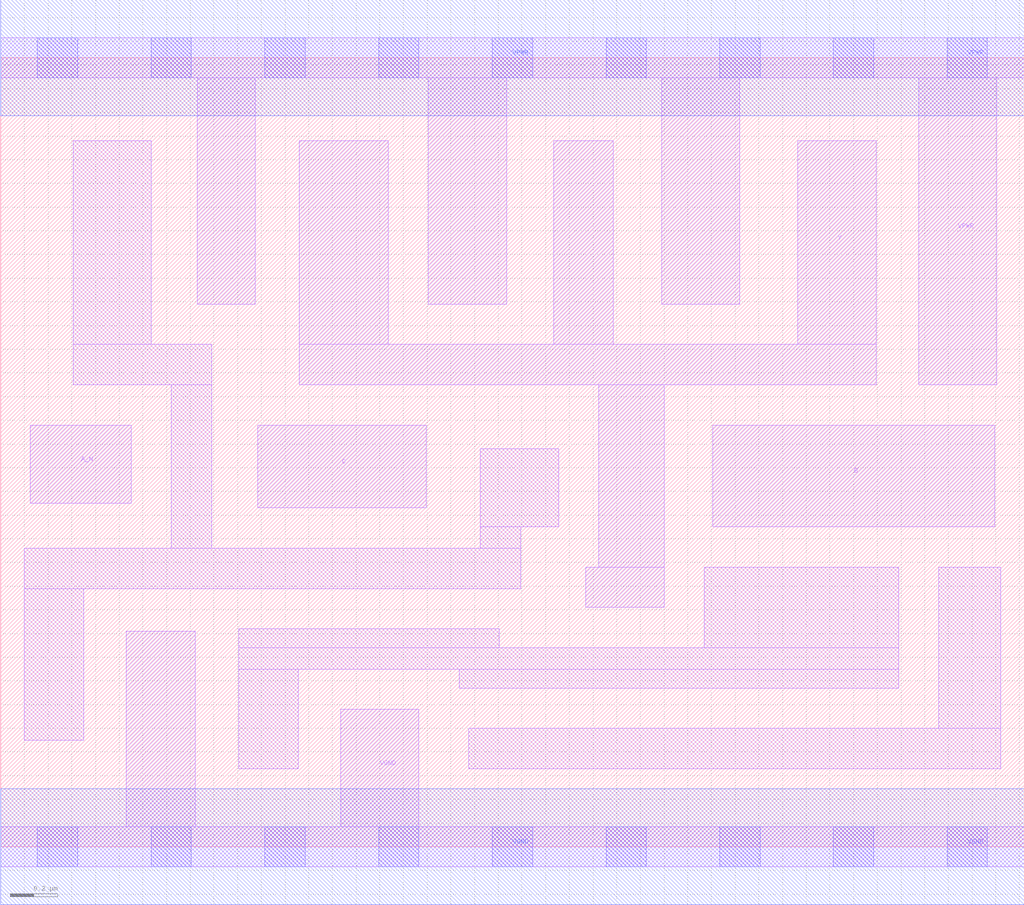
<source format=lef>
# Copyright 2020 The SkyWater PDK Authors
#
# Licensed under the Apache License, Version 2.0 (the "License");
# you may not use this file except in compliance with the License.
# You may obtain a copy of the License at
#
#     https://www.apache.org/licenses/LICENSE-2.0
#
# Unless required by applicable law or agreed to in writing, software
# distributed under the License is distributed on an "AS IS" BASIS,
# WITHOUT WARRANTIES OR CONDITIONS OF ANY KIND, either express or implied.
# See the License for the specific language governing permissions and
# limitations under the License.
#
# SPDX-License-Identifier: Apache-2.0

VERSION 5.7 ;
  NAMESCASESENSITIVE ON ;
  NOWIREEXTENSIONATPIN ON ;
  DIVIDERCHAR "/" ;
  BUSBITCHARS "[]" ;
UNITS
  DATABASE MICRONS 200 ;
END UNITS
MACRO sky130_fd_sc_ms__nand3b_2
  CLASS CORE ;
  SOURCE USER ;
  FOREIGN sky130_fd_sc_ms__nand3b_2 ;
  ORIGIN  0.000000  0.000000 ;
  SIZE  4.320000 BY  3.330000 ;
  SYMMETRY X Y ;
  SITE unit ;
  PIN A_N
    ANTENNAGATEAREA  0.276000 ;
    DIRECTION INPUT ;
    USE SIGNAL ;
    PORT
      LAYER li1 ;
        RECT 0.125000 1.450000 0.550000 1.780000 ;
    END
  END A_N
  PIN B
    ANTENNAGATEAREA  0.625200 ;
    DIRECTION INPUT ;
    USE SIGNAL ;
    PORT
      LAYER li1 ;
        RECT 3.005000 1.350000 4.195000 1.780000 ;
    END
  END B
  PIN C
    ANTENNAGATEAREA  0.625200 ;
    DIRECTION INPUT ;
    USE SIGNAL ;
    PORT
      LAYER li1 ;
        RECT 1.085000 1.430000 1.795000 1.780000 ;
    END
  END C
  PIN Y
    ANTENNADIFFAREA  1.232000 ;
    DIRECTION OUTPUT ;
    USE SIGNAL ;
    PORT
      LAYER li1 ;
        RECT 1.260000 1.950000 3.695000 2.120000 ;
        RECT 1.260000 2.120000 1.635000 2.980000 ;
        RECT 2.335000 2.120000 2.585000 2.980000 ;
        RECT 2.470000 1.010000 2.800000 1.180000 ;
        RECT 2.525000 1.180000 2.800000 1.950000 ;
        RECT 3.365000 2.120000 3.695000 2.980000 ;
    END
  END Y
  PIN VGND
    DIRECTION INOUT ;
    USE GROUND ;
    PORT
      LAYER li1 ;
        RECT 0.000000 -0.085000 4.320000 0.085000 ;
        RECT 0.530000  0.085000 0.820000 0.910000 ;
        RECT 1.435000  0.085000 1.765000 0.580000 ;
      LAYER mcon ;
        RECT 0.155000 -0.085000 0.325000 0.085000 ;
        RECT 0.635000 -0.085000 0.805000 0.085000 ;
        RECT 1.115000 -0.085000 1.285000 0.085000 ;
        RECT 1.595000 -0.085000 1.765000 0.085000 ;
        RECT 2.075000 -0.085000 2.245000 0.085000 ;
        RECT 2.555000 -0.085000 2.725000 0.085000 ;
        RECT 3.035000 -0.085000 3.205000 0.085000 ;
        RECT 3.515000 -0.085000 3.685000 0.085000 ;
        RECT 3.995000 -0.085000 4.165000 0.085000 ;
      LAYER met1 ;
        RECT 0.000000 -0.245000 4.320000 0.245000 ;
    END
  END VGND
  PIN VPWR
    DIRECTION INOUT ;
    USE POWER ;
    PORT
      LAYER li1 ;
        RECT 0.000000 3.245000 4.320000 3.415000 ;
        RECT 0.830000 2.290000 1.075000 3.245000 ;
        RECT 1.805000 2.290000 2.135000 3.245000 ;
        RECT 2.790000 2.290000 3.120000 3.245000 ;
        RECT 3.875000 1.950000 4.205000 3.245000 ;
      LAYER mcon ;
        RECT 0.155000 3.245000 0.325000 3.415000 ;
        RECT 0.635000 3.245000 0.805000 3.415000 ;
        RECT 1.115000 3.245000 1.285000 3.415000 ;
        RECT 1.595000 3.245000 1.765000 3.415000 ;
        RECT 2.075000 3.245000 2.245000 3.415000 ;
        RECT 2.555000 3.245000 2.725000 3.415000 ;
        RECT 3.035000 3.245000 3.205000 3.415000 ;
        RECT 3.515000 3.245000 3.685000 3.415000 ;
        RECT 3.995000 3.245000 4.165000 3.415000 ;
      LAYER met1 ;
        RECT 0.000000 3.085000 4.320000 3.575000 ;
    END
  END VPWR
  OBS
    LAYER li1 ;
      RECT 0.100000 0.450000 0.350000 1.090000 ;
      RECT 0.100000 1.090000 2.195000 1.260000 ;
      RECT 0.305000 1.950000 0.890000 2.120000 ;
      RECT 0.305000 2.120000 0.635000 2.980000 ;
      RECT 0.720000 1.260000 0.890000 1.950000 ;
      RECT 1.005000 0.330000 1.255000 0.750000 ;
      RECT 1.005000 0.750000 3.790000 0.840000 ;
      RECT 1.005000 0.840000 2.105000 0.920000 ;
      RECT 1.935000 0.670000 3.790000 0.750000 ;
      RECT 1.975000 0.330000 4.220000 0.500000 ;
      RECT 2.025000 1.260000 2.195000 1.350000 ;
      RECT 2.025000 1.350000 2.355000 1.680000 ;
      RECT 2.970000 0.840000 3.790000 1.180000 ;
      RECT 3.960000 0.500000 4.220000 1.180000 ;
  END
END sky130_fd_sc_ms__nand3b_2

</source>
